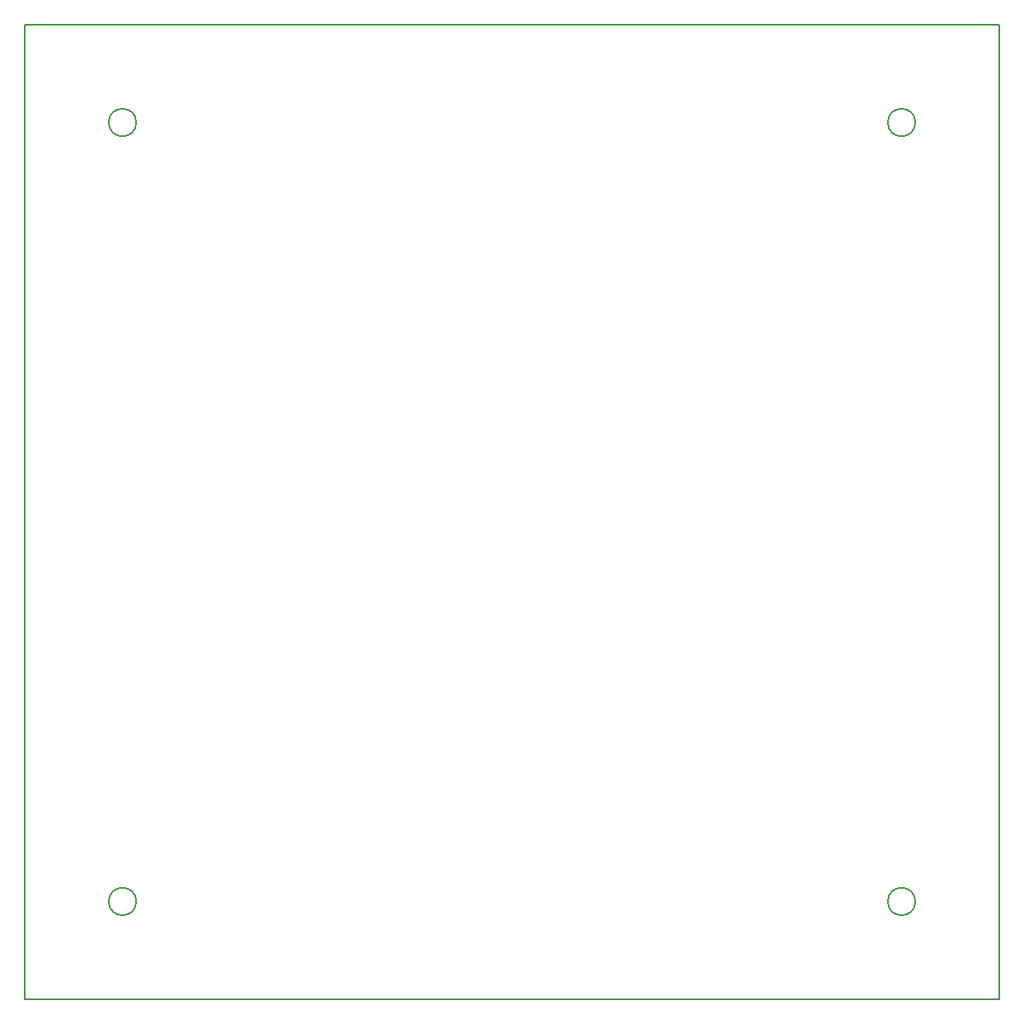
<source format=gm1>
G04 #@! TF.FileFunction,Profile,NP*
%FSLAX46Y46*%
G04 Gerber Fmt 4.6, Leading zero omitted, Abs format (unit mm)*
G04 Created by KiCad (PCBNEW 4.0.4+e1-6308~48~ubuntu16.04.1-stable) date Tue Nov 29 21:46:03 2016*
%MOMM*%
%LPD*%
G01*
G04 APERTURE LIST*
%ADD10C,0.100000*%
%ADD11C,0.150000*%
G04 APERTURE END LIST*
D10*
D11*
X61414214Y-140000000D02*
G75*
G03X61414214Y-140000000I-1414214J0D01*
G01*
X141414214Y-140000000D02*
G75*
G03X141414214Y-140000000I-1414214J0D01*
G01*
X141414214Y-60000000D02*
G75*
G03X141414214Y-60000000I-1414214J0D01*
G01*
X61414214Y-60000000D02*
G75*
G03X61414214Y-60000000I-1414214J0D01*
G01*
X50000000Y-150000000D02*
X50000000Y-50000000D01*
X150000000Y-150000000D02*
X50000000Y-150000000D01*
X150000000Y-50000000D02*
X150000000Y-150000000D01*
X50000000Y-50000000D02*
X150000000Y-50000000D01*
M02*

</source>
